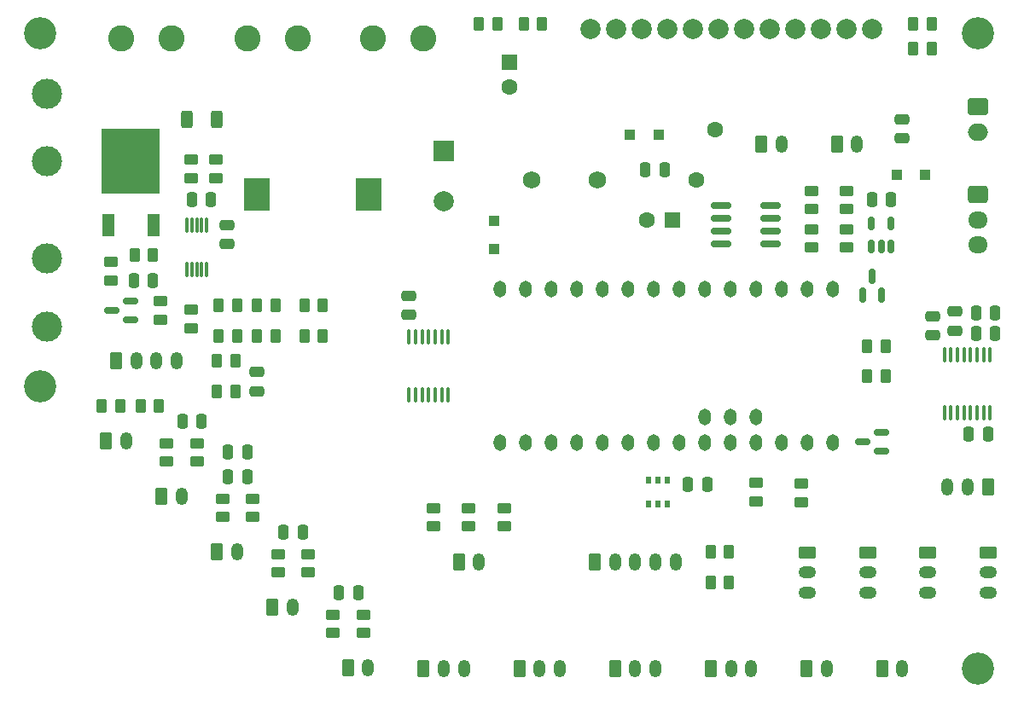
<source format=gts>
G04 #@! TF.GenerationSoftware,KiCad,Pcbnew,6.0.9-8da3e8f707~116~ubuntu20.04.1*
G04 #@! TF.CreationDate,2022-11-09T10:56:03-05:00*
G04 #@! TF.ProjectId,psu_control,7073755f-636f-46e7-9472-6f6c2e6b6963,rev?*
G04 #@! TF.SameCoordinates,Original*
G04 #@! TF.FileFunction,Soldermask,Top*
G04 #@! TF.FilePolarity,Negative*
%FSLAX46Y46*%
G04 Gerber Fmt 4.6, Leading zero omitted, Abs format (unit mm)*
G04 Created by KiCad (PCBNEW 6.0.9-8da3e8f707~116~ubuntu20.04.1) date 2022-11-09 10:56:03*
%MOMM*%
%LPD*%
G01*
G04 APERTURE LIST*
G04 Aperture macros list*
%AMRoundRect*
0 Rectangle with rounded corners*
0 $1 Rounding radius*
0 $2 $3 $4 $5 $6 $7 $8 $9 X,Y pos of 4 corners*
0 Add a 4 corners polygon primitive as box body*
4,1,4,$2,$3,$4,$5,$6,$7,$8,$9,$2,$3,0*
0 Add four circle primitives for the rounded corners*
1,1,$1+$1,$2,$3*
1,1,$1+$1,$4,$5*
1,1,$1+$1,$6,$7*
1,1,$1+$1,$8,$9*
0 Add four rect primitives between the rounded corners*
20,1,$1+$1,$2,$3,$4,$5,0*
20,1,$1+$1,$4,$5,$6,$7,0*
20,1,$1+$1,$6,$7,$8,$9,0*
20,1,$1+$1,$8,$9,$2,$3,0*%
G04 Aperture macros list end*
%ADD10RoundRect,0.250000X0.262500X0.450000X-0.262500X0.450000X-0.262500X-0.450000X0.262500X-0.450000X0*%
%ADD11RoundRect,0.250000X-0.625000X0.350000X-0.625000X-0.350000X0.625000X-0.350000X0.625000X0.350000X0*%
%ADD12O,1.750000X1.200000*%
%ADD13R,2.000000X2.000000*%
%ADD14C,2.000000*%
%ADD15RoundRect,0.250000X0.450000X-0.262500X0.450000X0.262500X-0.450000X0.262500X-0.450000X-0.262500X0*%
%ADD16RoundRect,0.150000X0.150000X-0.587500X0.150000X0.587500X-0.150000X0.587500X-0.150000X-0.587500X0*%
%ADD17RoundRect,0.250000X-0.450000X0.262500X-0.450000X-0.262500X0.450000X-0.262500X0.450000X0.262500X0*%
%ADD18RoundRect,0.075000X0.075000X-0.650000X0.075000X0.650000X-0.075000X0.650000X-0.075000X-0.650000X0*%
%ADD19RoundRect,0.250000X0.250000X0.475000X-0.250000X0.475000X-0.250000X-0.475000X0.250000X-0.475000X0*%
%ADD20R,1.100000X1.100000*%
%ADD21RoundRect,0.250000X-0.750000X0.600000X-0.750000X-0.600000X0.750000X-0.600000X0.750000X0.600000X0*%
%ADD22O,2.000000X1.700000*%
%ADD23RoundRect,0.250000X-0.262500X-0.450000X0.262500X-0.450000X0.262500X0.450000X-0.262500X0.450000X0*%
%ADD24C,1.750000*%
%ADD25RoundRect,0.250000X-0.350000X-0.625000X0.350000X-0.625000X0.350000X0.625000X-0.350000X0.625000X0*%
%ADD26O,1.200000X1.750000*%
%ADD27RoundRect,0.150000X0.150000X-0.512500X0.150000X0.512500X-0.150000X0.512500X-0.150000X-0.512500X0*%
%ADD28R,1.600000X1.600000*%
%ADD29C,1.600000*%
%ADD30RoundRect,0.100000X-0.100000X0.637500X-0.100000X-0.637500X0.100000X-0.637500X0.100000X0.637500X0*%
%ADD31R,2.500000X3.200000*%
%ADD32RoundRect,0.150000X0.587500X0.150000X-0.587500X0.150000X-0.587500X-0.150000X0.587500X-0.150000X0*%
%ADD33C,2.600000*%
%ADD34R,1.200000X2.200000*%
%ADD35R,5.800000X6.400000*%
%ADD36RoundRect,0.250000X-0.250000X-0.475000X0.250000X-0.475000X0.250000X0.475000X-0.250000X0.475000X0*%
%ADD37C,3.200000*%
%ADD38RoundRect,0.100000X0.100000X-0.637500X0.100000X0.637500X-0.100000X0.637500X-0.100000X-0.637500X0*%
%ADD39RoundRect,0.250000X0.475000X-0.250000X0.475000X0.250000X-0.475000X0.250000X-0.475000X-0.250000X0*%
%ADD40R,0.510000X0.700000*%
%ADD41RoundRect,0.250000X-0.475000X0.250000X-0.475000X-0.250000X0.475000X-0.250000X0.475000X0.250000X0*%
%ADD42C,3.000000*%
%ADD43RoundRect,0.150000X0.825000X0.150000X-0.825000X0.150000X-0.825000X-0.150000X0.825000X-0.150000X0*%
%ADD44RoundRect,0.250000X0.350000X0.625000X-0.350000X0.625000X-0.350000X-0.625000X0.350000X-0.625000X0*%
%ADD45RoundRect,0.250000X-0.725000X0.600000X-0.725000X-0.600000X0.725000X-0.600000X0.725000X0.600000X0*%
%ADD46O,1.950000X1.700000*%
%ADD47O,1.270000X1.651000*%
%ADD48RoundRect,0.250000X-0.312500X-0.625000X0.312500X-0.625000X0.312500X0.625000X-0.312500X0.625000X0*%
G04 APERTURE END LIST*
D10*
X106912500Y-20000000D03*
X105087500Y-20000000D03*
D11*
X112550000Y-70000000D03*
D12*
X112550000Y-72000000D03*
X112550000Y-74000000D03*
D10*
X41825000Y-45500000D03*
X40000000Y-45500000D03*
D13*
X58500000Y-30132323D03*
D14*
X58500000Y-35132323D03*
D15*
X95000000Y-39737500D03*
X95000000Y-37912500D03*
D16*
X100050000Y-44437500D03*
X101950000Y-44437500D03*
X101000000Y-42562500D03*
D17*
X89500000Y-63087500D03*
X89500000Y-64912500D03*
D18*
X33000000Y-41950000D03*
X33500000Y-41950000D03*
X34000000Y-41950000D03*
X34500000Y-41950000D03*
X35000000Y-41950000D03*
X35000000Y-37550000D03*
X34500000Y-37550000D03*
X34000000Y-37550000D03*
X33500000Y-37550000D03*
X33000000Y-37550000D03*
D15*
X39550000Y-66500000D03*
X39550000Y-64675000D03*
D19*
X29662500Y-43000000D03*
X27762500Y-43000000D03*
D20*
X63500000Y-37100000D03*
X63500000Y-39900000D03*
D21*
X111525000Y-25750000D03*
D22*
X111525000Y-28250000D03*
D23*
X44675000Y-45500000D03*
X46500000Y-45500000D03*
D19*
X112500000Y-58250000D03*
X110600000Y-58250000D03*
D23*
X85000000Y-69950000D03*
X86825000Y-69950000D03*
D24*
X67250000Y-33000000D03*
X73750000Y-33000000D03*
D25*
X49000000Y-81450000D03*
D26*
X51000000Y-81450000D03*
D11*
X100550000Y-70000000D03*
D12*
X100550000Y-72000000D03*
X100550000Y-74000000D03*
D27*
X100950000Y-39637500D03*
X101900000Y-39637500D03*
X102850000Y-39637500D03*
X102850000Y-37362500D03*
X100950000Y-37362500D03*
D28*
X81182380Y-37000000D03*
D29*
X78682380Y-37000000D03*
D10*
X68250000Y-17500000D03*
X66425000Y-17500000D03*
D25*
X26000000Y-50950000D03*
D26*
X28000000Y-50950000D03*
X30000000Y-50950000D03*
X32000000Y-50950000D03*
D10*
X38000000Y-48500000D03*
X36175000Y-48500000D03*
D30*
X112725000Y-50387500D03*
X112075000Y-50387500D03*
X111425000Y-50387500D03*
X110775000Y-50387500D03*
X110125000Y-50387500D03*
X109475000Y-50387500D03*
X108825000Y-50387500D03*
X108175000Y-50387500D03*
X108175000Y-56112500D03*
X108825000Y-56112500D03*
X109475000Y-56112500D03*
X110125000Y-56112500D03*
X110775000Y-56112500D03*
X111425000Y-56112500D03*
X112075000Y-56112500D03*
X112725000Y-56112500D03*
D23*
X36000000Y-54000000D03*
X37825000Y-54000000D03*
D31*
X39950000Y-34500000D03*
X51050000Y-34500000D03*
D32*
X27437500Y-46950000D03*
X27437500Y-45050000D03*
X25562500Y-46000000D03*
D33*
X56500000Y-19000000D03*
X51500000Y-19000000D03*
D17*
X42050000Y-70175000D03*
X42050000Y-72000000D03*
D23*
X44675000Y-48500000D03*
X46500000Y-48500000D03*
D17*
X57500000Y-65587500D03*
X57500000Y-67412500D03*
X94000000Y-63175000D03*
X94000000Y-65000000D03*
D15*
X33412500Y-32825000D03*
X33412500Y-31000000D03*
D34*
X25195000Y-37475000D03*
D35*
X27475000Y-31175000D03*
D34*
X29755000Y-37475000D03*
D11*
X94550000Y-70000000D03*
D12*
X94550000Y-72000000D03*
X94550000Y-74000000D03*
D25*
X66000000Y-81500000D03*
D26*
X68000000Y-81500000D03*
X70000000Y-81500000D03*
D23*
X100500000Y-52500000D03*
X102325000Y-52500000D03*
D14*
X73030000Y-18000000D03*
X78110000Y-18000000D03*
X80650000Y-18000000D03*
X75570000Y-18000000D03*
X85730000Y-18000000D03*
X83190000Y-18000000D03*
X88270000Y-18000000D03*
X90810000Y-18000000D03*
X95890000Y-18000000D03*
X98430000Y-18000000D03*
X93350000Y-18000000D03*
X100970000Y-18000000D03*
D36*
X32600000Y-57000000D03*
X34500000Y-57000000D03*
D10*
X38000000Y-45500000D03*
X36175000Y-45500000D03*
X63825000Y-17500000D03*
X62000000Y-17500000D03*
D17*
X33437500Y-45925000D03*
X33437500Y-47750000D03*
D25*
X41500000Y-75450000D03*
D26*
X43500000Y-75450000D03*
D37*
X111500000Y-81500000D03*
D17*
X34000000Y-59175000D03*
X34000000Y-61000000D03*
D38*
X55050000Y-54362500D03*
X55700000Y-54362500D03*
X56350000Y-54362500D03*
X57000000Y-54362500D03*
X57650000Y-54362500D03*
X58300000Y-54362500D03*
X58950000Y-54362500D03*
X58950000Y-48637500D03*
X58300000Y-48637500D03*
X57650000Y-48637500D03*
X57000000Y-48637500D03*
X56350000Y-48637500D03*
X55700000Y-48637500D03*
X55050000Y-48637500D03*
D17*
X31000000Y-59175000D03*
X31000000Y-61000000D03*
D39*
X40000000Y-54000000D03*
X40000000Y-52100000D03*
D15*
X98500000Y-35912500D03*
X98500000Y-34087500D03*
D32*
X101937500Y-59950000D03*
X101937500Y-58050000D03*
X100062500Y-59000000D03*
D19*
X50000000Y-74000000D03*
X48100000Y-74000000D03*
D36*
X101000000Y-35000000D03*
X102900000Y-35000000D03*
D25*
X90000000Y-29450000D03*
D26*
X92000000Y-29450000D03*
D40*
X78800000Y-65160000D03*
X79750000Y-65160000D03*
X80700000Y-65160000D03*
X80700000Y-62840000D03*
X79750000Y-62840000D03*
X78800000Y-62840000D03*
D19*
X44500000Y-68000000D03*
X42600000Y-68000000D03*
D25*
X85000000Y-81500000D03*
D26*
X87000000Y-81500000D03*
X89000000Y-81500000D03*
D17*
X36550000Y-64675000D03*
X36550000Y-66500000D03*
D11*
X106550000Y-70000000D03*
D12*
X106550000Y-72000000D03*
X106550000Y-74000000D03*
D15*
X35912500Y-32825000D03*
X35912500Y-31000000D03*
D33*
X44000000Y-19000000D03*
X39000000Y-19000000D03*
D17*
X25500000Y-41175000D03*
X25500000Y-43000000D03*
D23*
X100500000Y-49500000D03*
X102325000Y-49500000D03*
D10*
X37825000Y-51000000D03*
X36000000Y-51000000D03*
D23*
X24587500Y-55500000D03*
X26412500Y-55500000D03*
D19*
X39000000Y-60000000D03*
X37100000Y-60000000D03*
D36*
X111300000Y-48250000D03*
X113200000Y-48250000D03*
X82750000Y-63250000D03*
X84650000Y-63250000D03*
D15*
X50550000Y-78000000D03*
X50550000Y-76175000D03*
D33*
X31500000Y-19000000D03*
X26500000Y-19000000D03*
D39*
X55050000Y-46400000D03*
X55050000Y-44500000D03*
D25*
X75500000Y-81500000D03*
D26*
X77500000Y-81500000D03*
X79500000Y-81500000D03*
D19*
X113200000Y-46250000D03*
X111300000Y-46250000D03*
D23*
X28412500Y-55500000D03*
X30237500Y-55500000D03*
D10*
X106912500Y-17500000D03*
X105087500Y-17500000D03*
D19*
X80400000Y-32000000D03*
X78500000Y-32000000D03*
D37*
X111500000Y-18500000D03*
D25*
X94500000Y-81500000D03*
D26*
X96500000Y-81500000D03*
D15*
X30437500Y-46912500D03*
X30437500Y-45087500D03*
D25*
X36000000Y-69950000D03*
D26*
X38000000Y-69950000D03*
D39*
X109250000Y-48000000D03*
X109250000Y-46100000D03*
D15*
X61000000Y-67412500D03*
X61000000Y-65587500D03*
D25*
X102000000Y-81500000D03*
D26*
X104000000Y-81500000D03*
D15*
X64500000Y-67412500D03*
X64500000Y-65587500D03*
D41*
X37000000Y-37500000D03*
X37000000Y-39400000D03*
D25*
X25000000Y-58950000D03*
D26*
X27000000Y-58950000D03*
D20*
X79800000Y-28500000D03*
X77000000Y-28500000D03*
D29*
X83600000Y-33000000D03*
X85400000Y-28000000D03*
D28*
X65000000Y-21317621D03*
D29*
X65000000Y-23817621D03*
D42*
X19100000Y-24445000D03*
X19100000Y-31205000D03*
X19100000Y-40795000D03*
X19100000Y-47555000D03*
D39*
X107000000Y-48450000D03*
X107000000Y-46550000D03*
D15*
X98500000Y-39737500D03*
X98500000Y-37912500D03*
D23*
X85000000Y-72950000D03*
X86825000Y-72950000D03*
D10*
X29662500Y-40500000D03*
X27837500Y-40500000D03*
D43*
X90975000Y-39405000D03*
X90975000Y-38135000D03*
X90975000Y-36865000D03*
X90975000Y-35595000D03*
X86025000Y-35595000D03*
X86025000Y-36865000D03*
X86025000Y-38135000D03*
X86025000Y-39405000D03*
D17*
X47500000Y-76175000D03*
X47500000Y-78000000D03*
D25*
X73500000Y-70950000D03*
D26*
X75500000Y-70950000D03*
X77500000Y-70950000D03*
X79500000Y-70950000D03*
X81500000Y-70950000D03*
D10*
X41825000Y-48500000D03*
X40000000Y-48500000D03*
D20*
X106300000Y-32500000D03*
X103500000Y-32500000D03*
D36*
X33512500Y-35000000D03*
X35412500Y-35000000D03*
D44*
X112500000Y-63500000D03*
D26*
X110500000Y-63500000D03*
X108500000Y-63500000D03*
D19*
X39000000Y-62500000D03*
X37100000Y-62500000D03*
D45*
X111525000Y-34500000D03*
D46*
X111525000Y-37000000D03*
X111525000Y-39500000D03*
D25*
X60000000Y-70950000D03*
D26*
X62000000Y-70950000D03*
D47*
X94580000Y-43880000D03*
X92040000Y-43880000D03*
X89500000Y-43880000D03*
X86960000Y-43880000D03*
X92040000Y-59120000D03*
X84420000Y-43880000D03*
X81880000Y-43880000D03*
X79340000Y-43880000D03*
X76800000Y-43880000D03*
X74260000Y-43880000D03*
X71720000Y-43880000D03*
X69180000Y-43880000D03*
X66640000Y-43880000D03*
X64100000Y-43880000D03*
X64100000Y-59120000D03*
X66640000Y-59120000D03*
X69180000Y-59120000D03*
X71720000Y-59120000D03*
X74260000Y-59120000D03*
X76800000Y-59120000D03*
X79340000Y-59120000D03*
X81880000Y-59120000D03*
X84420000Y-59120000D03*
X86960000Y-59120000D03*
X89500000Y-59120000D03*
X86960000Y-56580000D03*
X84420000Y-56580000D03*
X89500000Y-56580000D03*
X97120000Y-43880000D03*
X94580000Y-59120000D03*
X97120000Y-59120000D03*
D37*
X18500000Y-18500000D03*
D25*
X56500000Y-81500000D03*
D26*
X58500000Y-81500000D03*
X60500000Y-81500000D03*
D48*
X33037500Y-27000000D03*
X35962500Y-27000000D03*
D15*
X95000000Y-35912500D03*
X95000000Y-34087500D03*
X45050000Y-72000000D03*
X45050000Y-70175000D03*
D37*
X18500000Y-53500000D03*
D25*
X97500000Y-29450000D03*
D26*
X99500000Y-29450000D03*
D25*
X30500000Y-64450000D03*
D26*
X32500000Y-64450000D03*
D41*
X104000000Y-27000000D03*
X104000000Y-28900000D03*
M02*

</source>
